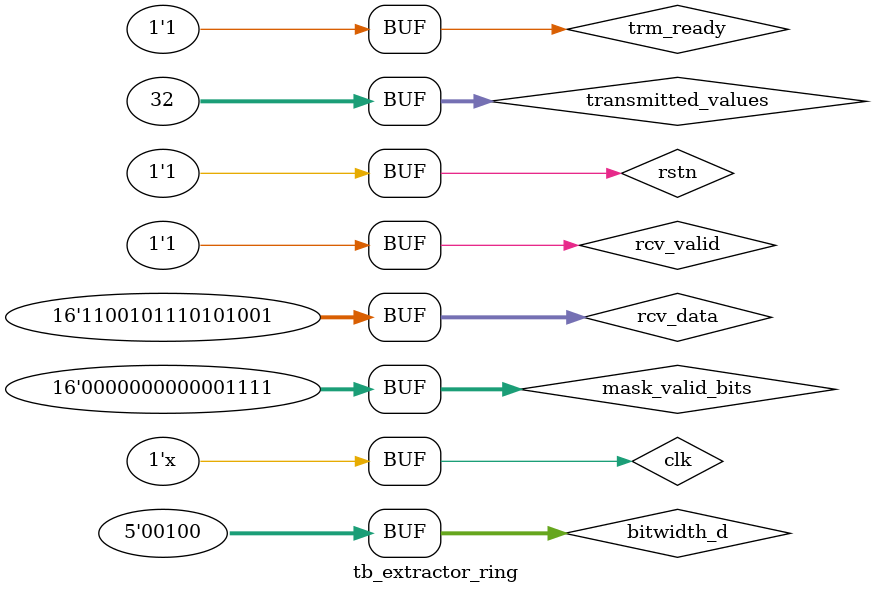
<source format=sv>

module tb_extractor_ring ();
	reg clk, rstn;

	wire [15:0] mask_valid_bits; //TODO: del
    reg [4:0] bitwidth_d;
    reg rcv_valid;
    reg [15:0] rcv_data;
    reg rcv_ready; 

    reg trm_valid;
    reg [15:0] trm_data;
    reg trm_last;
    reg trm_ready;
    reg [31:0] transmitted_values; 

	reg done;

	extractor_ring dut(
		clk, rstn,
		mask_valid_bits, bitwidth_d,  transmitted_values,
		rcv_valid, rcv_data, rcv_ready,
		trm_valid, trm_data,  trm_ready
`ifdef USE_PERFORMANCE_COUNTER
    ,done 
`endif
	);

	always begin
		#5 clk = ~ clk;
	end

	assign mask_valid_bits = (2**bitwidth_d)-1;

	initial begin
		clk <=0 ;
		rstn <= 0;
		rcv_data <= 16'h4321;
		bitwidth_d <= 4;
		transmitted_values <= 32;
		rcv_valid <= 1;
		trm_ready <= 1;

		#25 rstn <= 1;


		#40 rcv_valid <= 0;

		#40 rcv_valid <= 1;


		#100 trm_ready <= 0;

		#40 trm_ready <= 1;


		#40 rcv_data <= 16'h8765;
		#40 rcv_data <= 16'hcba9;

	end
endmodule
</source>
